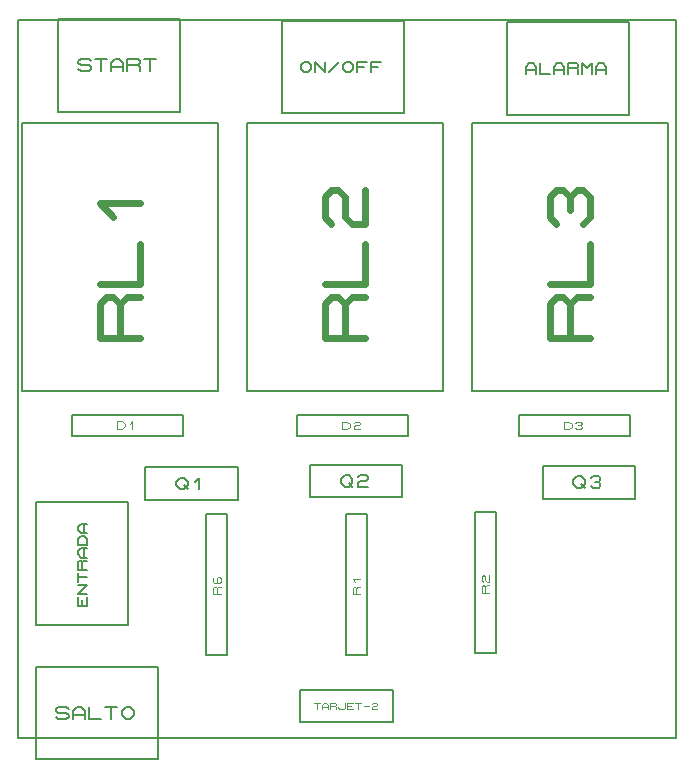
<source format=gbr>
G04 PROTEUS GERBER X2 FILE*
%TF.GenerationSoftware,Labcenter,Proteus,8.8-SP1-Build27031*%
%TF.CreationDate,2021-01-10T00:14:03+00:00*%
%TF.FileFunction,AssemblyDrawing,Top*%
%TF.FilePolarity,Positive*%
%TF.Part,Single*%
%TF.SameCoordinates,{98ac7ad0-3a1b-4910-adea-4d28a6190023}*%
%FSLAX45Y45*%
%MOMM*%
G01*
%TA.AperFunction,Profile*%
%ADD14C,0.203200*%
%TA.AperFunction,Material*%
%ADD17C,0.203200*%
%ADD20C,0.567580*%
%ADD21C,0.106680*%
%ADD22C,0.164590*%
%ADD23C,0.172720*%
%ADD24C,0.086920*%
%ADD25C,0.148040*%
%ADD26C,0.129540*%
%TD.AperFunction*%
D14*
X-9292760Y-3016620D02*
X-3718540Y-3016620D01*
X-3718540Y+3064140D01*
X-9292760Y+3064140D01*
X-9292760Y-3016620D01*
D17*
X-9258160Y-79160D02*
X-7597840Y-79160D01*
X-7597840Y+2191160D01*
X-9258160Y+2191160D01*
X-9258160Y-79160D01*
D20*
X-8257726Y+374904D02*
X-8598274Y+374904D01*
X-8598274Y+658694D01*
X-8541516Y+715452D01*
X-8484758Y+715452D01*
X-8428000Y+658694D01*
X-8428000Y+374904D01*
X-8428000Y+658694D02*
X-8371242Y+715452D01*
X-8257726Y+715452D01*
X-8598274Y+828968D02*
X-8257726Y+828968D01*
X-8257726Y+1169516D01*
X-8484758Y+1396548D02*
X-8598274Y+1510064D01*
X-8257726Y+1510064D01*
D17*
X-7353160Y-79160D02*
X-5692840Y-79160D01*
X-5692840Y+2191160D01*
X-7353160Y+2191160D01*
X-7353160Y-79160D01*
D20*
X-6352726Y+374904D02*
X-6693274Y+374904D01*
X-6693274Y+658694D01*
X-6636516Y+715452D01*
X-6579758Y+715452D01*
X-6523000Y+658694D01*
X-6523000Y+374904D01*
X-6523000Y+658694D02*
X-6466242Y+715452D01*
X-6352726Y+715452D01*
X-6693274Y+828968D02*
X-6352726Y+828968D01*
X-6352726Y+1169516D01*
X-6636516Y+1339790D02*
X-6693274Y+1396548D01*
X-6693274Y+1566822D01*
X-6636516Y+1623580D01*
X-6579758Y+1623580D01*
X-6523000Y+1566822D01*
X-6523000Y+1396548D01*
X-6466242Y+1339790D01*
X-6352726Y+1339790D01*
X-6352726Y+1623580D01*
D17*
X-8836660Y-454660D02*
X-7896860Y-454660D01*
X-7896860Y-276860D01*
X-8836660Y-276860D01*
X-8836660Y-454660D01*
D21*
X-8452104Y-397764D02*
X-8452104Y-333756D01*
X-8409432Y-333756D01*
X-8388096Y-355092D01*
X-8388096Y-376428D01*
X-8409432Y-397764D01*
X-8452104Y-397764D01*
X-8345424Y-355092D02*
X-8324088Y-333756D01*
X-8324088Y-397764D01*
D17*
X-6929120Y-457200D02*
X-5989320Y-457200D01*
X-5989320Y-279400D01*
X-6929120Y-279400D01*
X-6929120Y-457200D01*
D21*
X-6544564Y-400304D02*
X-6544564Y-336296D01*
X-6501892Y-336296D01*
X-6480556Y-357632D01*
X-6480556Y-378968D01*
X-6501892Y-400304D01*
X-6544564Y-400304D01*
X-6448552Y-346964D02*
X-6437884Y-336296D01*
X-6405880Y-336296D01*
X-6395212Y-346964D01*
X-6395212Y-357632D01*
X-6405880Y-368300D01*
X-6437884Y-368300D01*
X-6448552Y-378968D01*
X-6448552Y-400304D01*
X-6395212Y-400304D01*
D17*
X-5052060Y-457200D02*
X-4112260Y-457200D01*
X-4112260Y-279400D01*
X-5052060Y-279400D01*
X-5052060Y-457200D01*
D21*
X-4667504Y-400304D02*
X-4667504Y-336296D01*
X-4624832Y-336296D01*
X-4603496Y-357632D01*
X-4603496Y-378968D01*
X-4624832Y-400304D01*
X-4667504Y-400304D01*
X-4571492Y-346964D02*
X-4560824Y-336296D01*
X-4528820Y-336296D01*
X-4518152Y-346964D01*
X-4518152Y-357632D01*
X-4528820Y-368300D01*
X-4518152Y-378968D01*
X-4518152Y-389636D01*
X-4528820Y-400304D01*
X-4560824Y-400304D01*
X-4571492Y-389636D01*
X-4550156Y-368300D02*
X-4528820Y-368300D01*
D17*
X-5448160Y-79160D02*
X-3787840Y-79160D01*
X-3787840Y+2191160D01*
X-5448160Y+2191160D01*
X-5448160Y-79160D01*
D20*
X-4447726Y+374904D02*
X-4788274Y+374904D01*
X-4788274Y+658694D01*
X-4731516Y+715452D01*
X-4674758Y+715452D01*
X-4618000Y+658694D01*
X-4618000Y+374904D01*
X-4618000Y+658694D02*
X-4561242Y+715452D01*
X-4447726Y+715452D01*
X-4788274Y+828968D02*
X-4447726Y+828968D01*
X-4447726Y+1169516D01*
X-4731516Y+1339790D02*
X-4788274Y+1396548D01*
X-4788274Y+1566822D01*
X-4731516Y+1623580D01*
X-4674758Y+1623580D01*
X-4618000Y+1566822D01*
X-4561242Y+1623580D01*
X-4504484Y+1623580D01*
X-4447726Y+1566822D01*
X-4447726Y+1396548D01*
X-4504484Y+1339790D01*
X-4618000Y+1453306D02*
X-4618000Y+1566822D01*
D17*
X-8211820Y-998220D02*
X-7429500Y-998220D01*
X-7429500Y-723900D01*
X-8211820Y-723900D01*
X-8211820Y-998220D01*
D22*
X-7952333Y-844601D02*
X-7919415Y-811683D01*
X-7886497Y-811683D01*
X-7853579Y-844601D01*
X-7853579Y-877520D01*
X-7886497Y-910438D01*
X-7919415Y-910438D01*
X-7952333Y-877520D01*
X-7952333Y-844601D01*
X-7886497Y-877520D02*
X-7853579Y-910438D01*
X-7787742Y-844601D02*
X-7754824Y-811683D01*
X-7754824Y-910438D01*
D17*
X-6817360Y-975360D02*
X-6035040Y-975360D01*
X-6035040Y-701040D01*
X-6817360Y-701040D01*
X-6817360Y-975360D01*
D22*
X-6557873Y-821741D02*
X-6524955Y-788823D01*
X-6492037Y-788823D01*
X-6459119Y-821741D01*
X-6459119Y-854660D01*
X-6492037Y-887578D01*
X-6524955Y-887578D01*
X-6557873Y-854660D01*
X-6557873Y-821741D01*
X-6492037Y-854660D02*
X-6459119Y-887578D01*
X-6409741Y-805282D02*
X-6393282Y-788823D01*
X-6343905Y-788823D01*
X-6327446Y-805282D01*
X-6327446Y-821741D01*
X-6343905Y-838200D01*
X-6393282Y-838200D01*
X-6409741Y-854660D01*
X-6409741Y-887578D01*
X-6327446Y-887578D01*
D17*
X-4848860Y-988060D02*
X-4066540Y-988060D01*
X-4066540Y-713740D01*
X-4848860Y-713740D01*
X-4848860Y-988060D01*
D22*
X-4589373Y-834441D02*
X-4556455Y-801523D01*
X-4523537Y-801523D01*
X-4490619Y-834441D01*
X-4490619Y-867360D01*
X-4523537Y-900278D01*
X-4556455Y-900278D01*
X-4589373Y-867360D01*
X-4589373Y-834441D01*
X-4523537Y-867360D02*
X-4490619Y-900278D01*
X-4441241Y-817982D02*
X-4424782Y-801523D01*
X-4375405Y-801523D01*
X-4358946Y-817982D01*
X-4358946Y-834441D01*
X-4375405Y-850900D01*
X-4358946Y-867360D01*
X-4358946Y-883819D01*
X-4375405Y-900278D01*
X-4424782Y-900278D01*
X-4441241Y-883819D01*
X-4408323Y-850900D02*
X-4375405Y-850900D01*
D17*
X-6515100Y-2311400D02*
X-6337300Y-2311400D01*
X-6337300Y-1117600D01*
X-6515100Y-1117600D01*
X-6515100Y-2311400D01*
D21*
X-6394196Y-1799844D02*
X-6458204Y-1799844D01*
X-6458204Y-1746504D01*
X-6447536Y-1735836D01*
X-6436868Y-1735836D01*
X-6426200Y-1746504D01*
X-6426200Y-1799844D01*
X-6426200Y-1746504D02*
X-6415532Y-1735836D01*
X-6394196Y-1735836D01*
X-6436868Y-1693164D02*
X-6458204Y-1671828D01*
X-6394196Y-1671828D01*
D17*
X-5422900Y-2298700D02*
X-5245100Y-2298700D01*
X-5245100Y-1104900D01*
X-5422900Y-1104900D01*
X-5422900Y-2298700D01*
D21*
X-5301996Y-1787144D02*
X-5366004Y-1787144D01*
X-5366004Y-1733804D01*
X-5355336Y-1723136D01*
X-5344668Y-1723136D01*
X-5334000Y-1733804D01*
X-5334000Y-1787144D01*
X-5334000Y-1733804D02*
X-5323332Y-1723136D01*
X-5301996Y-1723136D01*
X-5355336Y-1691132D02*
X-5366004Y-1680464D01*
X-5366004Y-1648460D01*
X-5355336Y-1637792D01*
X-5344668Y-1637792D01*
X-5334000Y-1648460D01*
X-5334000Y-1680464D01*
X-5323332Y-1691132D01*
X-5301996Y-1691132D01*
X-5301996Y-1637792D01*
D17*
X-7696200Y-2311400D02*
X-7518400Y-2311400D01*
X-7518400Y-1117600D01*
X-7696200Y-1117600D01*
X-7696200Y-2311400D01*
D21*
X-7575296Y-1799844D02*
X-7639304Y-1799844D01*
X-7639304Y-1746504D01*
X-7628636Y-1735836D01*
X-7617968Y-1735836D01*
X-7607300Y-1746504D01*
X-7607300Y-1799844D01*
X-7607300Y-1746504D02*
X-7596632Y-1735836D01*
X-7575296Y-1735836D01*
X-7628636Y-1650492D02*
X-7639304Y-1661160D01*
X-7639304Y-1693164D01*
X-7628636Y-1703832D01*
X-7585964Y-1703832D01*
X-7575296Y-1693164D01*
X-7575296Y-1661160D01*
X-7585964Y-1650492D01*
X-7596632Y-1650492D01*
X-7607300Y-1661160D01*
X-7607300Y-1703832D01*
D17*
X-8950960Y+2288540D02*
X-7914640Y+2288540D01*
X-7914640Y+3070860D01*
X-8950960Y+3070860D01*
X-8950960Y+2288540D01*
D23*
X-8778240Y+2645156D02*
X-8760968Y+2627884D01*
X-8691880Y+2627884D01*
X-8674608Y+2645156D01*
X-8674608Y+2662428D01*
X-8691880Y+2679700D01*
X-8760968Y+2679700D01*
X-8778240Y+2696972D01*
X-8778240Y+2714244D01*
X-8760968Y+2731516D01*
X-8691880Y+2731516D01*
X-8674608Y+2714244D01*
X-8640064Y+2731516D02*
X-8536432Y+2731516D01*
X-8588248Y+2731516D02*
X-8588248Y+2627884D01*
X-8501888Y+2627884D02*
X-8501888Y+2696972D01*
X-8467344Y+2731516D01*
X-8432800Y+2731516D01*
X-8398256Y+2696972D01*
X-8398256Y+2627884D01*
X-8501888Y+2662428D02*
X-8398256Y+2662428D01*
X-8363712Y+2627884D02*
X-8363712Y+2731516D01*
X-8277352Y+2731516D01*
X-8260080Y+2714244D01*
X-8260080Y+2696972D01*
X-8277352Y+2679700D01*
X-8363712Y+2679700D01*
X-8277352Y+2679700D02*
X-8260080Y+2662428D01*
X-8260080Y+2627884D01*
X-8225536Y+2731516D02*
X-8121904Y+2731516D01*
X-8173720Y+2731516D02*
X-8173720Y+2627884D01*
D17*
X-6898640Y-2880360D02*
X-6116320Y-2880360D01*
X-6116320Y-2606040D01*
X-6898640Y-2606040D01*
X-6898640Y-2880360D01*
D24*
X-6785636Y-2717123D02*
X-6733482Y-2717123D01*
X-6759559Y-2717123D02*
X-6759559Y-2769278D01*
X-6716097Y-2769278D02*
X-6716097Y-2734508D01*
X-6698713Y-2717123D01*
X-6681328Y-2717123D01*
X-6663943Y-2734508D01*
X-6663943Y-2769278D01*
X-6716097Y-2751893D02*
X-6663943Y-2751893D01*
X-6646558Y-2769278D02*
X-6646558Y-2717123D01*
X-6603097Y-2717123D01*
X-6594404Y-2725816D01*
X-6594404Y-2734508D01*
X-6603097Y-2743200D01*
X-6646558Y-2743200D01*
X-6603097Y-2743200D02*
X-6594404Y-2751893D01*
X-6594404Y-2769278D01*
X-6577019Y-2751893D02*
X-6577019Y-2760585D01*
X-6568327Y-2769278D01*
X-6533558Y-2769278D01*
X-6524865Y-2760585D01*
X-6524865Y-2717123D01*
X-6455326Y-2769278D02*
X-6507480Y-2769278D01*
X-6507480Y-2717123D01*
X-6455326Y-2717123D01*
X-6507480Y-2743200D02*
X-6472711Y-2743200D01*
X-6437941Y-2717123D02*
X-6385787Y-2717123D01*
X-6411864Y-2717123D02*
X-6411864Y-2769278D01*
X-6359710Y-2743200D02*
X-6316248Y-2743200D01*
X-6290171Y-2725816D02*
X-6281479Y-2717123D01*
X-6255402Y-2717123D01*
X-6246709Y-2725816D01*
X-6246709Y-2734508D01*
X-6255402Y-2743200D01*
X-6281479Y-2743200D01*
X-6290171Y-2751893D01*
X-6290171Y-2769278D01*
X-6246709Y-2769278D01*
D17*
X-7058660Y+2275840D02*
X-6022340Y+2275840D01*
X-6022340Y+3058160D01*
X-7058660Y+3058160D01*
X-7058660Y+2275840D01*
D25*
X-6895808Y+2681805D02*
X-6866199Y+2711414D01*
X-6836590Y+2711414D01*
X-6806981Y+2681805D01*
X-6806981Y+2652196D01*
X-6836590Y+2622587D01*
X-6866199Y+2622587D01*
X-6895808Y+2652196D01*
X-6895808Y+2681805D01*
X-6777372Y+2622587D02*
X-6777372Y+2711414D01*
X-6688545Y+2622587D01*
X-6688545Y+2711414D01*
X-6570109Y+2711414D02*
X-6658936Y+2622587D01*
X-6540500Y+2681805D02*
X-6510891Y+2711414D01*
X-6481282Y+2711414D01*
X-6451673Y+2681805D01*
X-6451673Y+2652196D01*
X-6481282Y+2622587D01*
X-6510891Y+2622587D01*
X-6540500Y+2652196D01*
X-6540500Y+2681805D01*
X-6422064Y+2622587D02*
X-6422064Y+2711414D01*
X-6333237Y+2711414D01*
X-6422064Y+2667000D02*
X-6362846Y+2667000D01*
X-6303628Y+2622587D02*
X-6303628Y+2711414D01*
X-6214801Y+2711414D01*
X-6303628Y+2667000D02*
X-6244410Y+2667000D01*
D17*
X-5153660Y+2263140D02*
X-4117340Y+2263140D01*
X-4117340Y+3045460D01*
X-5153660Y+3045460D01*
X-5153660Y+2263140D01*
D25*
X-4990808Y+2609887D02*
X-4990808Y+2669105D01*
X-4961199Y+2698714D01*
X-4931590Y+2698714D01*
X-4901981Y+2669105D01*
X-4901981Y+2609887D01*
X-4990808Y+2639496D02*
X-4901981Y+2639496D01*
X-4872372Y+2698714D02*
X-4872372Y+2609887D01*
X-4783545Y+2609887D01*
X-4753936Y+2609887D02*
X-4753936Y+2669105D01*
X-4724327Y+2698714D01*
X-4694718Y+2698714D01*
X-4665109Y+2669105D01*
X-4665109Y+2609887D01*
X-4753936Y+2639496D02*
X-4665109Y+2639496D01*
X-4635500Y+2609887D02*
X-4635500Y+2698714D01*
X-4561478Y+2698714D01*
X-4546673Y+2683909D01*
X-4546673Y+2669105D01*
X-4561478Y+2654300D01*
X-4635500Y+2654300D01*
X-4561478Y+2654300D02*
X-4546673Y+2639496D01*
X-4546673Y+2609887D01*
X-4517064Y+2609887D02*
X-4517064Y+2698714D01*
X-4472651Y+2654300D01*
X-4428237Y+2698714D01*
X-4428237Y+2609887D01*
X-4398628Y+2609887D02*
X-4398628Y+2669105D01*
X-4369019Y+2698714D01*
X-4339410Y+2698714D01*
X-4309801Y+2669105D01*
X-4309801Y+2609887D01*
X-4398628Y+2639496D02*
X-4309801Y+2639496D01*
D17*
X-9138920Y-3195320D02*
X-8102600Y-3195320D01*
X-8102600Y-2413000D01*
X-9138920Y-2413000D01*
X-9138920Y-3195320D01*
D23*
X-8966200Y-2838704D02*
X-8948928Y-2855976D01*
X-8879840Y-2855976D01*
X-8862568Y-2838704D01*
X-8862568Y-2821432D01*
X-8879840Y-2804160D01*
X-8948928Y-2804160D01*
X-8966200Y-2786888D01*
X-8966200Y-2769616D01*
X-8948928Y-2752344D01*
X-8879840Y-2752344D01*
X-8862568Y-2769616D01*
X-8828024Y-2855976D02*
X-8828024Y-2786888D01*
X-8793480Y-2752344D01*
X-8758936Y-2752344D01*
X-8724392Y-2786888D01*
X-8724392Y-2855976D01*
X-8828024Y-2821432D02*
X-8724392Y-2821432D01*
X-8689848Y-2752344D02*
X-8689848Y-2855976D01*
X-8586216Y-2855976D01*
X-8551672Y-2752344D02*
X-8448040Y-2752344D01*
X-8499856Y-2752344D02*
X-8499856Y-2855976D01*
X-8413496Y-2786888D02*
X-8378952Y-2752344D01*
X-8344408Y-2752344D01*
X-8309864Y-2786888D01*
X-8309864Y-2821432D01*
X-8344408Y-2855976D01*
X-8378952Y-2855976D01*
X-8413496Y-2821432D01*
X-8413496Y-2786888D01*
D17*
X-9138920Y-2057400D02*
X-8356600Y-2057400D01*
X-8356600Y-1021080D01*
X-9138920Y-1021080D01*
X-9138920Y-2057400D01*
D26*
X-8708898Y-1824228D02*
X-8708898Y-1901952D01*
X-8786622Y-1901952D01*
X-8786622Y-1824228D01*
X-8747760Y-1901952D02*
X-8747760Y-1850136D01*
X-8708898Y-1798320D02*
X-8786622Y-1798320D01*
X-8708898Y-1720596D01*
X-8786622Y-1720596D01*
X-8786622Y-1694688D02*
X-8786622Y-1616964D01*
X-8786622Y-1655826D02*
X-8708898Y-1655826D01*
X-8708898Y-1591056D02*
X-8786622Y-1591056D01*
X-8786622Y-1526286D01*
X-8773668Y-1513332D01*
X-8760714Y-1513332D01*
X-8747760Y-1526286D01*
X-8747760Y-1591056D01*
X-8747760Y-1526286D02*
X-8734806Y-1513332D01*
X-8708898Y-1513332D01*
X-8708898Y-1487424D02*
X-8760714Y-1487424D01*
X-8786622Y-1461516D01*
X-8786622Y-1435608D01*
X-8760714Y-1409700D01*
X-8708898Y-1409700D01*
X-8734806Y-1487424D02*
X-8734806Y-1409700D01*
X-8708898Y-1383792D02*
X-8786622Y-1383792D01*
X-8786622Y-1331976D01*
X-8760714Y-1306068D01*
X-8734806Y-1306068D01*
X-8708898Y-1331976D01*
X-8708898Y-1383792D01*
X-8708898Y-1280160D02*
X-8760714Y-1280160D01*
X-8786622Y-1254252D01*
X-8786622Y-1228344D01*
X-8760714Y-1202436D01*
X-8708898Y-1202436D01*
X-8734806Y-1280160D02*
X-8734806Y-1202436D01*
M02*

</source>
